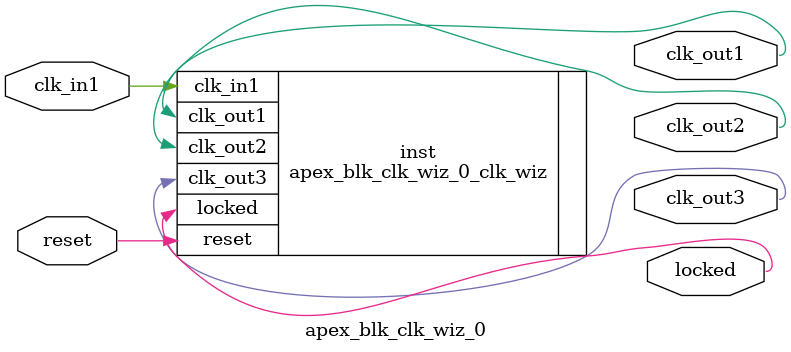
<source format=v>


`timescale 1ps/1ps

(* CORE_GENERATION_INFO = "apex_blk_clk_wiz_0,clk_wiz_v6_0_5_0_0,{component_name=apex_blk_clk_wiz_0,use_phase_alignment=false,use_min_o_jitter=false,use_max_i_jitter=false,use_dyn_phase_shift=false,use_inclk_switchover=false,use_dyn_reconfig=false,enable_axi=0,feedback_source=FDBK_AUTO,PRIMITIVE=MMCM,num_out_clk=3,clkin1_period=4.000,clkin2_period=10.0,use_power_down=false,use_reset=true,use_locked=true,use_inclk_stopped=false,feedback_type=SINGLE,CLOCK_MGR_TYPE=NA,manual_override=false}" *)

module apex_blk_clk_wiz_0 
 (
  // Clock out ports
  output        clk_out1,
  output        clk_out2,
  output        clk_out3,
  // Status and control signals
  input         reset,
  output        locked,
 // Clock in ports
  input         clk_in1
 );

  apex_blk_clk_wiz_0_clk_wiz inst
  (
  // Clock out ports  
  .clk_out1(clk_out1),
  .clk_out2(clk_out2),
  .clk_out3(clk_out3),
  // Status and control signals               
  .reset(reset), 
  .locked(locked),
 // Clock in ports
  .clk_in1(clk_in1)
  );

endmodule

</source>
